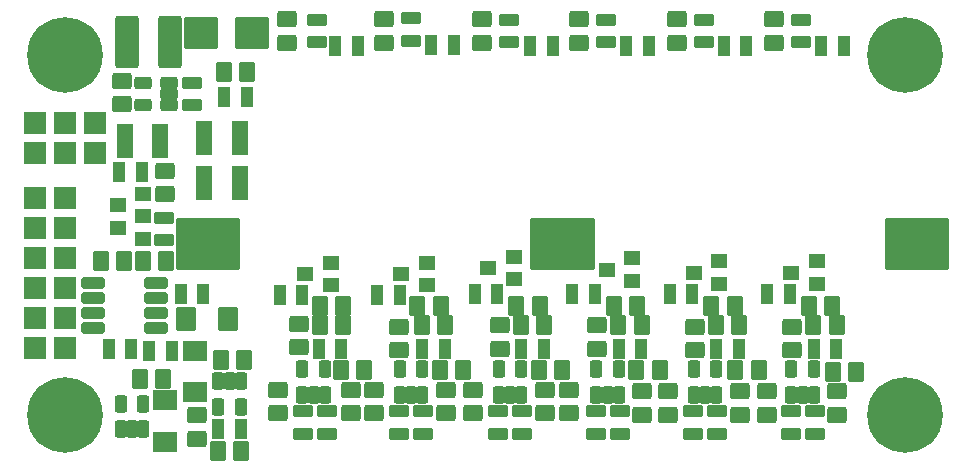
<source format=gbr>
%TF.GenerationSoftware,KiCad,Pcbnew,7.0.9-7.0.9~ubuntu23.04.1*%
%TF.CreationDate,2023-11-27T17:45:01+00:00*%
%TF.ProjectId,PCRD03,50435244-3033-42e6-9b69-6361645f7063,rev?*%
%TF.SameCoordinates,Original*%
%TF.FileFunction,Soldermask,Bot*%
%TF.FilePolarity,Negative*%
%FSLAX46Y46*%
G04 Gerber Fmt 4.6, Leading zero omitted, Abs format (unit mm)*
G04 Created by KiCad (PCBNEW 7.0.9-7.0.9~ubuntu23.04.1) date 2023-11-27 17:45:01*
%MOMM*%
%LPD*%
G01*
G04 APERTURE LIST*
G04 Aperture macros list*
%AMRoundRect*
0 Rectangle with rounded corners*
0 $1 Rounding radius*
0 $2 $3 $4 $5 $6 $7 $8 $9 X,Y pos of 4 corners*
0 Add a 4 corners polygon primitive as box body*
4,1,4,$2,$3,$4,$5,$6,$7,$8,$9,$2,$3,0*
0 Add four circle primitives for the rounded corners*
1,1,$1+$1,$2,$3*
1,1,$1+$1,$4,$5*
1,1,$1+$1,$6,$7*
1,1,$1+$1,$8,$9*
0 Add four rect primitives between the rounded corners*
20,1,$1+$1,$2,$3,$4,$5,0*
20,1,$1+$1,$4,$5,$6,$7,0*
20,1,$1+$1,$6,$7,$8,$9,0*
20,1,$1+$1,$8,$9,$2,$3,0*%
G04 Aperture macros list end*
%ADD10RoundRect,0.200000X-0.762000X0.762000X-0.762000X-0.762000X0.762000X-0.762000X0.762000X0.762000X0*%
%ADD11C,6.400000*%
%ADD12RoundRect,0.200000X-0.762000X-0.762000X0.762000X-0.762000X0.762000X0.762000X-0.762000X0.762000X0*%
%ADD13RoundRect,0.200000X-2.500000X-2.000000X2.500000X-2.000000X2.500000X2.000000X-2.500000X2.000000X0*%
%ADD14RoundRect,0.200000X0.625000X-0.500000X0.625000X0.500000X-0.625000X0.500000X-0.625000X-0.500000X0*%
%ADD15RoundRect,0.200000X0.500000X0.625000X-0.500000X0.625000X-0.500000X-0.625000X0.500000X-0.625000X0*%
%ADD16RoundRect,0.200000X-0.625000X0.500000X-0.625000X-0.500000X0.625000X-0.500000X0.625000X0.500000X0*%
%ADD17RoundRect,0.200000X-0.500000X-0.625000X0.500000X-0.625000X0.500000X0.625000X-0.500000X0.625000X0*%
%ADD18RoundRect,0.200000X-0.650240X-0.849630X0.650240X-0.849630X0.650240X0.849630X-0.650240X0.849630X0*%
%ADD19RoundRect,0.200000X-0.849630X0.650240X-0.849630X-0.650240X0.849630X-0.650240X0.849630X0.650240X0*%
%ADD20RoundRect,0.200000X0.800000X2.000000X-0.800000X2.000000X-0.800000X-2.000000X0.800000X-2.000000X0*%
%ADD21RoundRect,0.200000X-0.500380X0.400050X-0.500380X-0.400050X0.500380X-0.400050X0.500380X0.400050X0*%
%ADD22RoundRect,0.200000X0.350000X0.650000X-0.350000X0.650000X-0.350000X-0.650000X0.350000X-0.650000X0*%
%ADD23RoundRect,0.200000X0.650000X-0.350000X0.650000X0.350000X-0.650000X0.350000X-0.650000X-0.350000X0*%
%ADD24RoundRect,0.200000X-0.350000X-0.650000X0.350000X-0.650000X0.350000X0.650000X-0.350000X0.650000X0*%
%ADD25RoundRect,0.200000X-0.325000X0.530000X-0.325000X-0.530000X0.325000X-0.530000X0.325000X0.530000X0*%
%ADD26RoundRect,0.200000X0.775000X0.300000X-0.775000X0.300000X-0.775000X-0.300000X0.775000X-0.300000X0*%
%ADD27RoundRect,0.200000X0.325000X-0.530000X0.325000X0.530000X-0.325000X0.530000X-0.325000X-0.530000X0*%
%ADD28RoundRect,0.200000X0.530000X0.325000X-0.530000X0.325000X-0.530000X-0.325000X0.530000X-0.325000X0*%
%ADD29RoundRect,0.200000X-0.500000X-1.250000X0.500000X-1.250000X0.500000X1.250000X-0.500000X1.250000X0*%
%ADD30RoundRect,0.200000X0.500000X1.250000X-0.500000X1.250000X-0.500000X-1.250000X0.500000X-1.250000X0*%
%ADD31RoundRect,0.200000X1.250000X1.150000X-1.250000X1.150000X-1.250000X-1.150000X1.250000X-1.150000X0*%
G04 APERTURE END LIST*
D10*
%TO.C,J1*%
X48260000Y-41275000D03*
X48260000Y-43815000D03*
X45720000Y-41275000D03*
X45720000Y-43815000D03*
X43180000Y-41275000D03*
X43180000Y-43815000D03*
%TD*%
D11*
%TO.C,M1*%
X116840000Y-66040000D03*
%TD*%
%TO.C,M2*%
X116840000Y-35560000D03*
%TD*%
%TO.C,M3*%
X45720000Y-35560000D03*
%TD*%
%TO.C,M4*%
X45720000Y-66040000D03*
%TD*%
D12*
%TO.C,J2*%
X43180000Y-47625000D03*
X45720000Y-47625000D03*
X43180000Y-50165000D03*
X45720000Y-50165000D03*
X43180000Y-52705000D03*
X45720000Y-52705000D03*
X43180000Y-55245000D03*
X45720000Y-55245000D03*
X43180000Y-57785000D03*
X45720000Y-57785000D03*
X43180000Y-60325000D03*
X45720000Y-60325000D03*
%TD*%
D13*
%TO.C,BT1*%
X57898000Y-51562000D03*
X87898000Y-51562000D03*
%TD*%
%TO.C,BT2*%
X87870000Y-51562000D03*
X117870000Y-51562000D03*
%TD*%
D14*
%TO.C,C4*%
X54229000Y-47355000D03*
X54229000Y-45355000D03*
%TD*%
D15*
%TO.C,C1*%
X61198000Y-36957000D03*
X59198000Y-36957000D03*
%TD*%
D16*
%TO.C,C6*%
X50546000Y-37735000D03*
X50546000Y-39735000D03*
%TD*%
%TO.C,C11*%
X63754000Y-63897000D03*
X63754000Y-65897000D03*
%TD*%
D17*
%TO.C,C8*%
X58944000Y-61341000D03*
X60944000Y-61341000D03*
%TD*%
D16*
%TO.C,C12*%
X69977000Y-63897000D03*
X69977000Y-65897000D03*
%TD*%
%TO.C,C13*%
X65532000Y-58309000D03*
X65532000Y-60309000D03*
%TD*%
D15*
%TO.C,C9*%
X54086000Y-62992000D03*
X52086000Y-62992000D03*
%TD*%
D16*
%TO.C,C14*%
X64516000Y-32528000D03*
X64516000Y-34528000D03*
%TD*%
D17*
%TO.C,C10*%
X58690000Y-69088000D03*
X60690000Y-69088000D03*
%TD*%
D15*
%TO.C,C15*%
X69326000Y-58420000D03*
X67326000Y-58420000D03*
%TD*%
%TO.C,C16*%
X69326000Y-56769000D03*
X67326000Y-56769000D03*
%TD*%
D16*
%TO.C,C17*%
X71882000Y-63897000D03*
X71882000Y-65897000D03*
%TD*%
%TO.C,C18*%
X77978000Y-63897000D03*
X77978000Y-65897000D03*
%TD*%
%TO.C,C19*%
X74041000Y-58563000D03*
X74041000Y-60563000D03*
%TD*%
%TO.C,C20*%
X72771000Y-32528000D03*
X72771000Y-34528000D03*
%TD*%
D15*
%TO.C,C21*%
X77962000Y-58420000D03*
X75962000Y-58420000D03*
%TD*%
%TO.C,C22*%
X77581000Y-56769000D03*
X75581000Y-56769000D03*
%TD*%
D16*
%TO.C,C23*%
X80264000Y-63897000D03*
X80264000Y-65897000D03*
%TD*%
%TO.C,C24*%
X86360000Y-63897000D03*
X86360000Y-65897000D03*
%TD*%
%TO.C,C25*%
X82550000Y-58436000D03*
X82550000Y-60436000D03*
%TD*%
%TO.C,C26*%
X81026000Y-32528000D03*
X81026000Y-34528000D03*
%TD*%
D15*
%TO.C,C27*%
X86344000Y-58420000D03*
X84344000Y-58420000D03*
%TD*%
%TO.C,C28*%
X85963000Y-56769000D03*
X83963000Y-56769000D03*
%TD*%
D16*
%TO.C,C29*%
X88392000Y-63897000D03*
X88392000Y-65897000D03*
%TD*%
%TO.C,C30*%
X94615000Y-64024000D03*
X94615000Y-66024000D03*
%TD*%
%TO.C,C31*%
X90805000Y-58436000D03*
X90805000Y-60436000D03*
%TD*%
%TO.C,C32*%
X89281000Y-32528000D03*
X89281000Y-34528000D03*
%TD*%
D15*
%TO.C,C33*%
X94599000Y-58420000D03*
X92599000Y-58420000D03*
%TD*%
%TO.C,C34*%
X94218000Y-56769000D03*
X92218000Y-56769000D03*
%TD*%
D16*
%TO.C,C35*%
X96774000Y-64024000D03*
X96774000Y-66024000D03*
%TD*%
%TO.C,C36*%
X102870000Y-64024000D03*
X102870000Y-66024000D03*
%TD*%
%TO.C,C37*%
X99060000Y-58563000D03*
X99060000Y-60563000D03*
%TD*%
%TO.C,C38*%
X97536000Y-32528000D03*
X97536000Y-34528000D03*
%TD*%
D15*
%TO.C,C39*%
X102854000Y-58420000D03*
X100854000Y-58420000D03*
%TD*%
%TO.C,C40*%
X102473000Y-56769000D03*
X100473000Y-56769000D03*
%TD*%
D18*
%TO.C,D5*%
X59535060Y-57912000D03*
X56034940Y-57912000D03*
%TD*%
D19*
%TO.C,D4*%
X54229000Y-68298060D03*
X54229000Y-64797940D03*
%TD*%
%TO.C,D3*%
X56769000Y-64107060D03*
X56769000Y-60606940D03*
%TD*%
D20*
%TO.C,L1*%
X51032000Y-34417000D03*
X54632000Y-34417000D03*
%TD*%
D21*
%TO.C,Q1*%
X68282820Y-53149500D03*
X68282820Y-55054500D03*
X66083180Y-54102000D03*
%TD*%
%TO.C,Q2*%
X76410820Y-53149500D03*
X76410820Y-55054500D03*
X74211180Y-54102000D03*
%TD*%
%TO.C,Q3*%
X83776820Y-52641500D03*
X83776820Y-54546500D03*
X81577180Y-53594000D03*
%TD*%
%TO.C,Q4*%
X93809820Y-52768500D03*
X93809820Y-54673500D03*
X91610180Y-53721000D03*
%TD*%
%TO.C,Q5*%
X101175820Y-53022500D03*
X101175820Y-54927500D03*
X98976180Y-53975000D03*
%TD*%
D22*
%TO.C,R1*%
X52258000Y-45466000D03*
X50358000Y-45466000D03*
%TD*%
D23*
%TO.C,R3*%
X54102000Y-51242000D03*
X54102000Y-49342000D03*
%TD*%
D22*
%TO.C,R2*%
X61148000Y-39116000D03*
X59248000Y-39116000D03*
%TD*%
D23*
%TO.C,R4*%
X56515000Y-39812000D03*
X56515000Y-37912000D03*
%TD*%
D24*
%TO.C,R6*%
X49469000Y-60452000D03*
X51369000Y-60452000D03*
%TD*%
D23*
%TO.C,R9*%
X67945000Y-67625000D03*
X67945000Y-65725000D03*
%TD*%
%TO.C,R10*%
X67056000Y-34478000D03*
X67056000Y-32578000D03*
%TD*%
D24*
%TO.C,R8*%
X52898000Y-60579000D03*
X54798000Y-60579000D03*
%TD*%
D22*
%TO.C,R11*%
X70546000Y-34798000D03*
X68646000Y-34798000D03*
%TD*%
D23*
%TO.C,R12*%
X65913000Y-67625000D03*
X65913000Y-65725000D03*
%TD*%
D24*
%TO.C,R7*%
X58740000Y-67183000D03*
X60640000Y-67183000D03*
%TD*%
D22*
%TO.C,R13*%
X69149000Y-60452000D03*
X67249000Y-60452000D03*
%TD*%
%TO.C,R5*%
X57465000Y-55753000D03*
X55565000Y-55753000D03*
%TD*%
D24*
%TO.C,R14*%
X63947000Y-55880000D03*
X65847000Y-55880000D03*
%TD*%
D23*
%TO.C,R15*%
X76073000Y-67625000D03*
X76073000Y-65725000D03*
%TD*%
%TO.C,R16*%
X75057000Y-34351000D03*
X75057000Y-32451000D03*
%TD*%
D22*
%TO.C,R17*%
X78674000Y-34671000D03*
X76774000Y-34671000D03*
%TD*%
D23*
%TO.C,R18*%
X74041000Y-67625000D03*
X74041000Y-65725000D03*
%TD*%
D22*
%TO.C,R19*%
X77912000Y-60452000D03*
X76012000Y-60452000D03*
%TD*%
D24*
%TO.C,R20*%
X72202000Y-55880000D03*
X74102000Y-55880000D03*
%TD*%
D23*
%TO.C,R21*%
X84455000Y-67625000D03*
X84455000Y-65725000D03*
%TD*%
%TO.C,R22*%
X83312000Y-34478000D03*
X83312000Y-32578000D03*
%TD*%
D22*
%TO.C,R23*%
X87056000Y-34798000D03*
X85156000Y-34798000D03*
%TD*%
D23*
%TO.C,R24*%
X82423000Y-67625000D03*
X82423000Y-65725000D03*
%TD*%
D22*
%TO.C,R25*%
X86294000Y-60452000D03*
X84394000Y-60452000D03*
%TD*%
D24*
%TO.C,R26*%
X80457000Y-55753000D03*
X82357000Y-55753000D03*
%TD*%
D23*
%TO.C,R27*%
X92710000Y-67625000D03*
X92710000Y-65725000D03*
%TD*%
%TO.C,R28*%
X91567000Y-34478000D03*
X91567000Y-32578000D03*
%TD*%
D22*
%TO.C,R29*%
X95184000Y-34798000D03*
X93284000Y-34798000D03*
%TD*%
D23*
%TO.C,R30*%
X90678000Y-67625000D03*
X90678000Y-65725000D03*
%TD*%
D22*
%TO.C,R31*%
X94549000Y-60452000D03*
X92649000Y-60452000D03*
%TD*%
D24*
%TO.C,R32*%
X88712000Y-55753000D03*
X90612000Y-55753000D03*
%TD*%
D23*
%TO.C,R33*%
X100965000Y-67625000D03*
X100965000Y-65725000D03*
%TD*%
%TO.C,R34*%
X99822000Y-34478000D03*
X99822000Y-32578000D03*
%TD*%
D22*
%TO.C,R35*%
X103439000Y-34798000D03*
X101539000Y-34798000D03*
%TD*%
D23*
%TO.C,R36*%
X98933000Y-67625000D03*
X98933000Y-65725000D03*
%TD*%
D22*
%TO.C,R37*%
X102804000Y-60452000D03*
X100904000Y-60452000D03*
%TD*%
D24*
%TO.C,R38*%
X96967000Y-55753000D03*
X98867000Y-55753000D03*
%TD*%
D25*
%TO.C,U3*%
X58740000Y-63162000D03*
X59690000Y-63162000D03*
X60640000Y-63162000D03*
X60640000Y-65362000D03*
X58740000Y-65362000D03*
%TD*%
D26*
%TO.C,U4*%
X53500000Y-54864000D03*
X53500000Y-56134000D03*
X53500000Y-57404000D03*
X53500000Y-58674000D03*
X48100000Y-58674000D03*
X48100000Y-57404000D03*
X48100000Y-56134000D03*
X48100000Y-54864000D03*
%TD*%
D27*
%TO.C,U5*%
X52385000Y-67267000D03*
X51435000Y-67267000D03*
X50485000Y-67267000D03*
X50485000Y-65067000D03*
X52385000Y-65067000D03*
%TD*%
D28*
%TO.C,U1*%
X54567000Y-37912000D03*
X54567000Y-38862000D03*
X54567000Y-39812000D03*
X52367000Y-39812000D03*
X52367000Y-37912000D03*
%TD*%
D27*
%TO.C,U6*%
X67752000Y-64346000D03*
X66802000Y-64346000D03*
X65852000Y-64346000D03*
X65852000Y-62146000D03*
X67752000Y-62146000D03*
%TD*%
%TO.C,U7*%
X76007000Y-64346000D03*
X75057000Y-64346000D03*
X74107000Y-64346000D03*
X74107000Y-62146000D03*
X76007000Y-62146000D03*
%TD*%
%TO.C,U8*%
X84389000Y-64346000D03*
X83439000Y-64346000D03*
X82489000Y-64346000D03*
X82489000Y-62146000D03*
X84389000Y-62146000D03*
%TD*%
%TO.C,U9*%
X92644000Y-64346000D03*
X91694000Y-64346000D03*
X90744000Y-64346000D03*
X90744000Y-62146000D03*
X92644000Y-62146000D03*
%TD*%
%TO.C,U10*%
X100899000Y-64346000D03*
X99949000Y-64346000D03*
X98999000Y-64346000D03*
X98999000Y-62146000D03*
X100899000Y-62146000D03*
%TD*%
D15*
%TO.C,C7*%
X54340000Y-52959000D03*
X52340000Y-52959000D03*
%TD*%
D16*
%TO.C,C42*%
X111125000Y-64024000D03*
X111125000Y-66024000D03*
%TD*%
%TO.C,C41*%
X105156000Y-64024000D03*
X105156000Y-66024000D03*
%TD*%
%TO.C,C43*%
X107315000Y-58563000D03*
X107315000Y-60563000D03*
%TD*%
%TO.C,C44*%
X105791000Y-32528000D03*
X105791000Y-34528000D03*
%TD*%
D15*
%TO.C,C45*%
X111109000Y-58420000D03*
X109109000Y-58420000D03*
%TD*%
%TO.C,C46*%
X110728000Y-56769000D03*
X108728000Y-56769000D03*
%TD*%
D21*
%TO.C,Q6*%
X109430820Y-53022500D03*
X109430820Y-54927500D03*
X107231180Y-53975000D03*
%TD*%
D23*
%TO.C,R39*%
X109220000Y-67625000D03*
X109220000Y-65725000D03*
%TD*%
%TO.C,R40*%
X108077000Y-34478000D03*
X108077000Y-32578000D03*
%TD*%
D22*
%TO.C,R41*%
X111694000Y-34798000D03*
X109794000Y-34798000D03*
%TD*%
D23*
%TO.C,R42*%
X107188000Y-67625000D03*
X107188000Y-65725000D03*
%TD*%
D22*
%TO.C,R43*%
X111059000Y-60452000D03*
X109159000Y-60452000D03*
%TD*%
D24*
%TO.C,R44*%
X105222000Y-55753000D03*
X107122000Y-55753000D03*
%TD*%
D21*
%TO.C,U2*%
X52407820Y-47307500D03*
X52407820Y-49212500D03*
X50208180Y-48260000D03*
%TD*%
D27*
%TO.C,U11*%
X109154000Y-64346000D03*
X108204000Y-64346000D03*
X107254000Y-64346000D03*
X107254000Y-62146000D03*
X109154000Y-62146000D03*
%TD*%
D21*
%TO.C,D2*%
X52407820Y-49212500D03*
X52407820Y-51117500D03*
X50208180Y-50165000D03*
%TD*%
D16*
%TO.C,C47*%
X56896000Y-66056000D03*
X56896000Y-68056000D03*
%TD*%
D17*
%TO.C,C48*%
X48784000Y-52959000D03*
X50784000Y-52959000D03*
%TD*%
%TO.C,C49*%
X69104000Y-62230000D03*
X71104000Y-62230000D03*
%TD*%
%TO.C,C50*%
X77486000Y-62230000D03*
X79486000Y-62230000D03*
%TD*%
%TO.C,C51*%
X85868000Y-62230000D03*
X87868000Y-62230000D03*
%TD*%
%TO.C,C52*%
X94123000Y-62230000D03*
X96123000Y-62230000D03*
%TD*%
%TO.C,C53*%
X102505000Y-62230000D03*
X104505000Y-62230000D03*
%TD*%
%TO.C,C54*%
X110760000Y-62357000D03*
X112760000Y-62357000D03*
%TD*%
D29*
%TO.C,C2*%
X50824000Y-42799000D03*
X53824000Y-42799000D03*
%TD*%
%TO.C,C3*%
X57555000Y-46355000D03*
X60555000Y-46355000D03*
%TD*%
D30*
%TO.C,C5*%
X60555000Y-42545000D03*
X57555000Y-42545000D03*
%TD*%
D31*
%TO.C,D1*%
X61586000Y-33655000D03*
X57286000Y-33655000D03*
%TD*%
M02*

</source>
